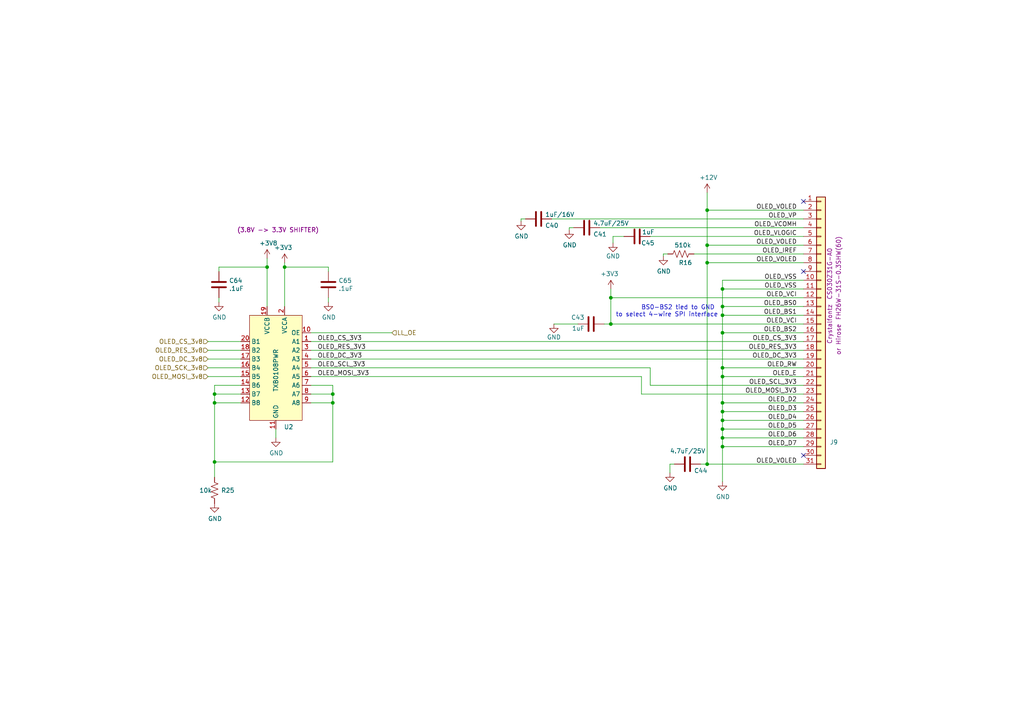
<source format=kicad_sch>
(kicad_sch (version 20231120) (generator "eeschema") (generator_version "8.0")
  (paper "A4")
  (title_block (title "OLED DRIVER ") (comment 2 "FOR CRYSTALFONTZ P/N CFAL25664C0-021M-W "))
  (lib_symbols
    (symbol "Connector_Generic:Conn_01x31" (pin_names (offset 1.016) hide)
      (property "Reference" "J" (at 0 40.64 0))
      (property "Value" "Conn_01x31" (at 0 -40.64 0))
      (symbol "Conn_01x31_1_1"
        (rectangle (start -1.27 -37.973) (end 0 -38.227) (stroke (width 0.1524)))
        (rectangle (start -1.27 -35.433) (end 0 -35.687) (stroke (width 0.1524)))
        (rectangle (start -1.27 -32.893) (end 0 -33.147) (stroke (width 0.1524)))
        (rectangle (start -1.27 -30.353) (end 0 -30.607) (stroke (width 0.1524)))
        (rectangle (start -1.27 -27.813) (end 0 -28.067) (stroke (width 0.1524)))
        (rectangle (start -1.27 -25.273) (end 0 -25.527) (stroke (width 0.1524)))
        (rectangle (start -1.27 -22.733) (end 0 -22.987) (stroke (width 0.1524)))
        (rectangle (start -1.27 -20.193) (end 0 -20.447) (stroke (width 0.1524)))
        (rectangle (start -1.27 -17.653) (end 0 -17.907) (stroke (width 0.1524)))
        (rectangle (start -1.27 -15.113) (end 0 -15.367) (stroke (width 0.1524)))
        (rectangle (start -1.27 -12.573) (end 0 -12.827) (stroke (width 0.1524)))
        (rectangle (start -1.27 -10.033) (end 0 -10.287) (stroke (width 0.1524)))
        (rectangle (start -1.27 -7.493) (end 0 -7.747) (stroke (width 0.1524)))
        (rectangle (start -1.27 -4.953) (end 0 -5.207) (stroke (width 0.1524)))
        (rectangle (start -1.27 -2.413) (end 0 -2.667) (stroke (width 0.1524)))
        (rectangle (start -1.27 0.127) (end 0 -0.127) (stroke (width 0.1524)))
        (rectangle (start -1.27 2.667) (end 0 2.413) (stroke (width 0.1524)))
        (rectangle (start -1.27 5.207) (end 0 4.953) (stroke (width 0.1524)))
        (rectangle (start -1.27 7.747) (end 0 7.493) (stroke (width 0.1524)))
        (rectangle (start -1.27 10.287) (end 0 10.033) (stroke (width 0.1524)))
        (rectangle (start -1.27 12.827) (end 0 12.573) (stroke (width 0.1524)))
        (rectangle (start -1.27 15.367) (end 0 15.113) (stroke (width 0.1524)))
        (rectangle (start -1.27 17.907) (end 0 17.653) (stroke (width 0.1524)))
        (rectangle (start -1.27 20.447) (end 0 20.193) (stroke (width 0.1524)))
        (rectangle (start -1.27 22.987) (end 0 22.733) (stroke (width 0.1524)))
        (rectangle (start -1.27 25.527) (end 0 25.273) (stroke (width 0.1524)))
        (rectangle (start -1.27 28.067) (end 0 27.813) (stroke (width 0.1524)))
        (rectangle (start -1.27 30.607) (end 0 30.353) (stroke (width 0.1524)))
        (rectangle (start -1.27 33.147) (end 0 32.893) (stroke (width 0.1524)))
        (rectangle (start -1.27 35.687) (end 0 35.433) (stroke (width 0.1524)))
        (rectangle (start -1.27 38.227) (end 0 37.973) (stroke (width 0.1524)))
        (rectangle (start -1.27 39.37) (end 1.27 -39.37) (stroke (width 0.254)) (fill (type background)))
        (pin passive line (at -5.08 38.1 0) (length 3.81) (name "Pin_1") (number "1"))
        (pin passive line (at -5.08 15.24 0) (length 3.81) (name "Pin_10") (number "10"))
        (pin passive line (at -5.08 12.7 0) (length 3.81) (name "Pin_11") (number "11"))
        (pin passive line (at -5.08 10.16 0) (length 3.81) (name "Pin_12") (number "12"))
        (pin passive line (at -5.08 7.62 0) (length 3.81) (name "Pin_13") (number "13"))
        (pin passive line (at -5.08 5.08 0) (length 3.81) (name "Pin_14") (number "14"))
        (pin passive line (at -5.08 2.54 0) (length 3.81) (name "Pin_15") (number "15"))
        (pin passive line (at -5.08 0 0) (length 3.81) (name "Pin_16") (number "16"))
        (pin passive line (at -5.08 -2.54 0) (length 3.81) (name "Pin_17") (number "17"))
        (pin passive line (at -5.08 -5.08 0) (length 3.81) (name "Pin_18") (number "18"))
        (pin passive line (at -5.08 -7.62 0) (length 3.81) (name "Pin_19") (number "19"))
        (pin passive line (at -5.08 35.56 0) (length 3.81) (name "Pin_2") (number "2"))
        (pin passive line (at -5.08 -10.16 0) (length 3.81) (name "Pin_20") (number "20"))
        (pin passive line (at -5.08 -12.7 0) (length 3.81) (name "Pin_21") (number "21"))
        (pin passive line (at -5.08 -15.24 0) (length 3.81) (name "Pin_22") (number "22"))
        (pin passive line (at -5.08 -17.78 0) (length 3.81) (name "Pin_23") (number "23"))
        (pin passive line (at -5.08 -20.32 0) (length 3.81) (name "Pin_24") (number "24"))
        (pin passive line (at -5.08 -22.86 0) (length 3.81) (name "Pin_25") (number "25"))
        (pin passive line (at -5.08 -25.4 0) (length 3.81) (name "Pin_26") (number "26"))
        (pin passive line (at -5.08 -27.94 0) (length 3.81) (name "Pin_27") (number "27"))
        (pin passive line (at -5.08 -30.48 0) (length 3.81) (name "Pin_28") (number "28"))
        (pin passive line (at -5.08 -33.02 0) (length 3.81) (name "Pin_29") (number "29"))
        (pin passive line (at -5.08 33.02 0) (length 3.81) (name "Pin_3") (number "3"))
        (pin passive line (at -5.08 -35.56 0) (length 3.81) (name "Pin_30") (number "30"))
        (pin passive line (at -5.08 -38.1 0) (length 3.81) (name "Pin_31") (number "31"))
        (pin passive line (at -5.08 30.48 0) (length 3.81) (name "Pin_4") (number "4"))
        (pin passive line (at -5.08 27.94 0) (length 3.81) (name "Pin_5") (number "5"))
        (pin passive line (at -5.08 25.4 0) (length 3.81) (name "Pin_6") (number "6"))
        (pin passive line (at -5.08 22.86 0) (length 3.81) (name "Pin_7") (number "7"))
        (pin passive line (at -5.08 20.32 0) (length 3.81) (name "Pin_8") (number "8"))
        (pin passive line (at -5.08 17.78 0) (length 3.81) (name "Pin_9") (number "9"))
      )
    )
    (symbol "Device:C" (pin_numbers hide) (pin_names (offset 0.254))
      (property "Reference" "C" (at 0.635 2.54 0))
      (property "Value" "C" (at 0.635 -2.54 0))
      (symbol "C_0_1"
        (polyline (pts (xy -2.032 -0.762) (xy 2.032 -0.762)) (stroke (width 0.508)))
        (polyline (pts (xy -2.032 0.762) (xy 2.032 0.762)) (stroke (width 0.508)))
      )
      (symbol "C_1_1"
        (pin passive line (at 0 3.81 270) (length 2.794) (name "~") (number "1"))
        (pin passive line (at 0 -3.81 90) (length 2.794) (name "~") (number "2"))
      )
    )
    (symbol "Device:R_US" (pin_numbers hide) (pin_names (offset 0))
      (property "Reference" "R" (at 2.54 0 90))
      (property "Value" "R_US" (at -2.54 0 90))
      (symbol "R_US_0_1"
        (polyline (pts (xy 0 -2.286) (xy 0 -2.54)))
        (polyline (pts (xy 0 2.286) (xy 0 2.54)))
        (polyline (pts (xy 0 -0.762) (xy 1.016 -1.143) (xy 0 -1.524) (xy -1.016 -1.905) (xy 0 -2.286)))
        (polyline (pts (xy 0 0.762) (xy 1.016 0.381) (xy 0 0) (xy -1.016 -0.381) (xy 0 -0.762)))
        (polyline (pts (xy 0 2.286) (xy 1.016 1.905) (xy 0 1.524) (xy -1.016 1.143) (xy 0 0.762)))
      )
      (symbol "R_US_1_1"
        (pin passive line (at 0 3.81 270) (length 1.27) (name "~") (number "1"))
        (pin passive line (at 0 -3.81 90) (length 1.27) (name "~") (number "2"))
      )
    )
    (symbol "MyLibrary:TXB0108PWR"
      (property "Reference" "U" (at 1.27 7.62 0))
      (property "Value" "TXB0108PWR" (at 0 -0.635 90))
      (symbol "TXB0108PWR_0_1"
        (rectangle (start -7.62 13.97) (end 7.62 -16.51) (fill (type background)))
      )
      (symbol "TXB0108PWR_1_1"
        (pin bidirectional line (at -10.16 6.35 0) (length 2.54) (name "A1") (number "1"))
        (pin bidirectional line (at -10.16 8.89 0) (length 2.54) (name "OE") (number "10"))
        (pin bidirectional line (at 0 -19.05 90) (length 2.54) (name "GND") (number "11"))
        (pin bidirectional line (at 10.16 -11.43 180) (length 2.54) (name "B8") (number "12"))
        (pin bidirectional line (at 10.16 -8.89 180) (length 2.54) (name "B7") (number "13"))
        (pin bidirectional line (at 10.16 -6.35 180) (length 2.54) (name "B6") (number "14"))
        (pin bidirectional line (at 10.16 -3.81 180) (length 2.54) (name "B5") (number "15"))
        (pin bidirectional line (at 10.16 -1.27 180) (length 2.54) (name "B4") (number "16"))
        (pin bidirectional line (at 10.16 1.27 180) (length 2.54) (name "B3") (number "17"))
        (pin bidirectional line (at 10.16 3.81 180) (length 2.54) (name "B2") (number "18"))
        (pin bidirectional line (at 2.54 16.51 270) (length 2.54) (name "VCCB") (number "19"))
        (pin bidirectional line (at -2.54 16.51 270) (length 2.54) (name "VCCA") (number "2"))
        (pin bidirectional line (at 10.16 6.35 180) (length 2.54) (name "B1") (number "20"))
        (pin bidirectional line (at -10.16 3.81 0) (length 2.54) (name "A2") (number "3"))
        (pin bidirectional line (at -10.16 1.27 0) (length 2.54) (name "A3") (number "4"))
        (pin bidirectional line (at -10.16 -1.27 0) (length 2.54) (name "A4") (number "5"))
        (pin bidirectional line (at -10.16 -3.81 0) (length 2.54) (name "A5") (number "6"))
        (pin bidirectional line (at -10.16 -6.35 0) (length 2.54) (name "A6") (number "7"))
        (pin bidirectional line (at -10.16 -8.89 0) (length 2.54) (name "A7") (number "8"))
        (pin bidirectional line (at -10.16 -11.43 0) (length 2.54) (name "A8") (number "9"))
      )
    )
    (symbol "power:+12V" (power) (pin_names (offset 0))
      (property "Value" "+12V" (at 0 3.556 0))
      (symbol "+12V_0_1"
        (polyline (pts (xy -0.762 1.27) (xy 0 2.54)))
        (polyline (pts (xy 0 0) (xy 0 2.54)))
        (polyline (pts (xy 0 2.54) (xy 0.762 1.27)))
      )
      (symbol "+12V_1_1"
        (pin power_in line (at 0 0 90) (length 0) hide (name "+12V") (number "1"))
      )
    )
    (symbol "power:+3V3" (power) (pin_names (offset 0))
      (property "Value" "+3V3" (at 0 3.556 0))
      (symbol "+3V3_0_1"
        (polyline (pts (xy -0.762 1.27) (xy 0 2.54)))
        (polyline (pts (xy 0 0) (xy 0 2.54)))
        (polyline (pts (xy 0 2.54) (xy 0.762 1.27)))
      )
      (symbol "+3V3_1_1"
        (pin power_in line (at 0 0 90) (length 0) hide (name "+3V3") (number "1"))
      )
    )
    (symbol "power:+3V8" (power) (pin_names (offset 0))
      (property "Value" "+3V8" (at 0 3.556 0))
      (symbol "+3V8_0_1"
        (polyline (pts (xy -0.762 1.27) (xy 0 2.54)))
        (polyline (pts (xy 0 0) (xy 0 2.54)))
        (polyline (pts (xy 0 2.54) (xy 0.762 1.27)))
      )
      (symbol "+3V8_1_1"
        (pin power_in line (at 0 0 90) (length 0) hide (name "+3V8") (number "1"))
      )
    )
    (symbol "power:GND" (power) (pin_names (offset 0))
      (property "Value" "GND" (at 0 -3.81 0))
      (symbol "GND_0_1"
        (polyline (pts (xy 0 0) (xy 0 -1.27) (xy 1.27 -1.27) (xy 0 -2.54) (xy -1.27 -1.27) (xy 0 -1.27)))
      )
      (symbol "GND_1_1"
        (pin power_in line (at 0 0 270) (length 0) hide (name "GND") (number "1"))
      )
    )
  )
  (junction (at 62.23 114.3))
  (junction (at 209.55 124.46))
  (junction (at 205.105 76.2))
  (junction (at 209.55 127))
  (junction (at 62.23 133.985))
  (junction (at 209.55 96.52))
  (junction (at 177.165 86.36))
  (junction (at 209.55 129.54))
  (junction (at 62.23 116.84))
  (junction (at 209.55 119.38))
  (junction (at 209.55 116.84))
  (junction (at 82.55 77.47))
  (junction (at 209.55 88.9))
  (junction (at 205.105 71.12))
  (junction (at 209.55 109.22))
  (junction (at 177.165 93.98))
  (junction (at 209.55 83.82))
  (junction (at 209.55 106.68))
  (junction (at 209.55 91.44))
  (junction (at 77.47 77.47))
  (junction (at 96.52 114.3))
  (junction (at 205.105 134.62))
  (junction (at 205.105 60.96))
  (junction (at 209.55 121.92))
  (junction (at 96.52 116.84))
  (no_connect (at 233.045 132.08))
  (no_connect (at 233.045 58.42))
  (no_connect (at 233.045 78.74))
  (wire (pts (xy 96.52 133.985) (xy 62.23 133.985)))
  (wire (pts (xy 209.55 121.92) (xy 209.55 119.38)))
  (wire (pts (xy 60.325 99.06) (xy 69.85 99.06)))
  (wire (pts (xy 177.165 93.98) (xy 177.165 86.36)))
  (wire (pts (xy 209.55 81.28) (xy 233.045 81.28)))
  (wire (pts (xy 209.55 88.9) (xy 209.55 83.82)))
  (wire (pts (xy 62.23 114.3) (xy 69.85 114.3)))
  (wire (pts (xy 186.055 109.22) (xy 90.17 109.22)))
  (wire (pts (xy 95.25 78.74) (xy 95.25 77.47)))
  (wire (pts (xy 62.23 116.84) (xy 62.23 114.3)))
  (wire (pts (xy 188.595 68.58) (xy 233.045 68.58)))
  (wire (pts (xy 177.8 70.485) (xy 177.8 68.58)))
  (wire (pts (xy 96.52 116.84) (xy 96.52 114.3)))
  (wire (pts (xy 95.25 87.63) (xy 95.25 86.36)))
  (wire (pts (xy 90.17 116.84) (xy 96.52 116.84)))
  (wire (pts (xy 233.045 129.54) (xy 209.55 129.54)))
  (wire (pts (xy 192.405 73.66) (xy 192.405 74.295)))
  (wire (pts (xy 77.47 88.9) (xy 77.47 77.47)))
  (wire (pts (xy 233.045 91.44) (xy 209.55 91.44)))
  (wire (pts (xy 233.045 83.82) (xy 209.55 83.82)))
  (wire (pts (xy 77.47 77.47) (xy 77.47 74.93)))
  (wire (pts (xy 69.85 116.84) (xy 62.23 116.84)))
  (wire (pts (xy 62.23 116.84) (xy 62.23 133.985)))
  (wire (pts (xy 233.045 134.62) (xy 205.105 134.62)))
  (wire (pts (xy 209.55 106.68) (xy 209.55 109.22)))
  (wire (pts (xy 62.23 133.985) (xy 62.23 138.43)))
  (wire (pts (xy 209.55 124.46) (xy 209.55 121.92)))
  (wire (pts (xy 233.045 124.46) (xy 209.55 124.46)))
  (wire (pts (xy 233.045 106.68) (xy 209.55 106.68)))
  (wire (pts (xy 188.595 111.76) (xy 233.045 111.76)))
  (wire (pts (xy 63.5 77.47) (xy 63.5 78.74)))
  (wire (pts (xy 209.55 139.7) (xy 209.55 129.54)))
  (wire (pts (xy 205.105 60.96) (xy 233.045 60.96)))
  (wire (pts (xy 151.13 63.5) (xy 151.13 64.135)))
  (wire (pts (xy 95.25 77.47) (xy 82.55 77.47)))
  (wire (pts (xy 205.105 60.96) (xy 205.105 55.88)))
  (wire (pts (xy 90.17 106.68) (xy 188.595 106.68)))
  (wire (pts (xy 233.045 119.38) (xy 209.55 119.38)))
  (wire (pts (xy 173.99 66.04) (xy 233.045 66.04)))
  (wire (pts (xy 96.52 114.3) (xy 96.52 111.76)))
  (wire (pts (xy 188.595 106.68) (xy 188.595 111.76)))
  (wire (pts (xy 60.325 106.68) (xy 69.85 106.68)))
  (wire (pts (xy 151.13 63.5) (xy 152.4 63.5)))
  (wire (pts (xy 80.01 124.46) (xy 80.01 127)))
  (wire (pts (xy 63.5 87.63) (xy 63.5 86.36)))
  (wire (pts (xy 194.31 137.16) (xy 194.31 134.62)))
  (wire (pts (xy 166.37 66.04) (xy 165.1 66.04)))
  (wire (pts (xy 209.55 119.38) (xy 209.55 116.84)))
  (wire (pts (xy 233.045 63.5) (xy 160.02 63.5)))
  (wire (pts (xy 209.55 121.92) (xy 233.045 121.92)))
  (wire (pts (xy 233.045 71.12) (xy 205.105 71.12)))
  (wire (pts (xy 77.47 77.47) (xy 63.5 77.47)))
  (wire (pts (xy 209.55 109.22) (xy 233.045 109.22)))
  (wire (pts (xy 177.165 83.82) (xy 177.165 86.36)))
  (wire (pts (xy 233.045 76.2) (xy 205.105 76.2)))
  (wire (pts (xy 165.1 66.04) (xy 165.1 66.675)))
  (wire (pts (xy 60.325 104.14) (xy 69.85 104.14)))
  (wire (pts (xy 90.17 104.14) (xy 233.045 104.14)))
  (wire (pts (xy 82.55 76.2) (xy 82.55 77.47)))
  (wire (pts (xy 233.045 86.36) (xy 177.165 86.36)))
  (wire (pts (xy 205.105 71.12) (xy 205.105 60.96)))
  (wire (pts (xy 90.17 114.3) (xy 96.52 114.3)))
  (wire (pts (xy 209.55 127) (xy 209.55 124.46)))
  (wire (pts (xy 203.2 134.62) (xy 205.105 134.62)))
  (wire (pts (xy 233.045 93.98) (xy 177.165 93.98)))
  (wire (pts (xy 60.325 109.22) (xy 69.85 109.22)))
  (wire (pts (xy 205.105 76.2) (xy 205.105 71.12)))
  (wire (pts (xy 233.045 73.66) (xy 201.295 73.66)))
  (wire (pts (xy 175.26 93.98) (xy 177.165 93.98)))
  (wire (pts (xy 186.055 114.3) (xy 186.055 109.22)))
  (wire (pts (xy 90.17 99.06) (xy 233.045 99.06)))
  (wire (pts (xy 209.55 106.68) (xy 209.55 96.52)))
  (wire (pts (xy 209.55 96.52) (xy 209.55 91.44)))
  (wire (pts (xy 209.55 116.84) (xy 233.045 116.84)))
  (wire (pts (xy 96.52 111.76) (xy 90.17 111.76)))
  (wire (pts (xy 209.55 83.82) (xy 209.55 81.28)))
  (wire (pts (xy 194.31 134.62) (xy 195.58 134.62)))
  (wire (pts (xy 192.405 73.66) (xy 193.675 73.66)))
  (wire (pts (xy 209.55 91.44) (xy 209.55 88.9)))
  (wire (pts (xy 205.105 134.62) (xy 205.105 76.2)))
  (wire (pts (xy 60.325 101.6) (xy 69.85 101.6)))
  (wire (pts (xy 233.045 114.3) (xy 186.055 114.3)))
  (wire (pts (xy 233.045 96.52) (xy 209.55 96.52)))
  (wire (pts (xy 90.17 96.52) (xy 113.665 96.52)))
  (wire (pts (xy 90.17 101.6) (xy 233.045 101.6)))
  (wire (pts (xy 180.975 68.58) (xy 177.8 68.58)))
  (wire (pts (xy 62.23 114.3) (xy 62.23 111.76)))
  (wire (pts (xy 82.55 77.47) (xy 82.55 88.9)))
  (wire (pts (xy 233.045 88.9) (xy 209.55 88.9)))
  (wire (pts (xy 209.55 129.54) (xy 209.55 127)))
  (wire (pts (xy 209.55 127) (xy 233.045 127)))
  (wire (pts (xy 160.655 93.98) (xy 167.64 93.98)))
  (wire (pts (xy 96.52 116.84) (xy 96.52 133.985)))
  (wire (pts (xy 209.55 116.84) (xy 209.55 109.22)))
  (wire (pts (xy 62.23 111.76) (xy 69.85 111.76)))
  (text "BS0-BS2 tied to GND \nto select 4-wire SPI interface" (at 208.28 92.075 0) (effects (font (size 1.27 1.27)) (justify right bottom)))
  (label "OLED_D2" (at 231.14 116.84 180))
  (label "OLED_RES_3V3" (at 92.075 101.6 0))
  (label "OLED_D4" (at 231.14 121.92 180))
  (label "OLED_VCI" (at 231.14 93.98 180))
  (label "OLED_BS2" (at 231.14 96.52 180))
  (label "OLED_BS1" (at 231.14 91.44 180))
  (label "OLED_BS0" (at 231.14 88.9 180))
  (label "OLED_VSS" (at 231.14 81.28 180))
  (label "OLED_VOLED" (at 231.14 71.12 180))
  (label "OLED_D3" (at 231.14 119.38 180))
  (label "OLED_CS_3V3" (at 231.14 99.06 180))
  (label "OLED_VOLED" (at 231.14 134.62 180))
  (label "OLED_IREF" (at 231.14 73.66 180))
  (label "OLED_DC_3V3" (at 231.14 104.14 180))
  (label "OLED_CS_3V3" (at 92.075 99.06 0))
  (label "OLED_VP" (at 231.14 63.5 180))
  (label "OLED_VOLED" (at 231.14 76.2 180))
  (label "OLED_D5" (at 231.14 124.46 180))
  (label "OLED_D7" (at 231.14 129.54 180))
  (label "OLED_DC_3V3" (at 92.075 104.14 0))
  (label "OLED_VLOGIC" (at 231.14 68.58 180))
  (label "OLED_MOSI_3V3" (at 231.14 114.3 180))
  (label "OLED_VSS" (at 231.14 83.82 180))
  (label "OLED_VCI" (at 231.14 86.36 180))
  (label "OLED_MOSI_3V3" (at 92.075 109.22 0))
  (label "OLED_RW" (at 231.14 106.68 180))
  (label "OLED_SCL_3V3" (at 92.075 106.68 0))
  (label "OLED_VCOMH" (at 231.14 66.04 180))
  (label "OLED_SCL_3V3" (at 231.14 111.76 180))
  (label "OLED_D6" (at 231.14 127 180))
  (label "OLED_VOLED" (at 231.14 60.96 180))
  (label "OLED_E" (at 231.14 109.22 180))
  (label "OLED_RES_3V3" (at 231.14 101.6 180))
  (hierarchical_label "OLED_RES_3v8" (shape input) (at 60.325 101.6 180))
  (hierarchical_label "OLED_SCK_3v8" (shape input) (at 60.325 106.68 180))
  (hierarchical_label "OLED_CS_3v8" (shape input) (at 60.325 99.06 180))
  (hierarchical_label "OLED_DC_3v8" (shape input) (at 60.325 104.14 180))
  (hierarchical_label "LL_OE" (shape input) (at 113.665 96.52 0))
  (hierarchical_label "OLED_MOSI_3v8" (shape input) (at 60.325 109.22 180))
  (symbol (lib_id "power:+3V3") (at 177.165 83.82 0) (mirror y) (unit 1)
    (property "Reference" "#PWR0221" (effects (hide yes)))
    (property "Value" "+3V3" (at 176.784 79.4258 0))
  )
  (symbol (lib_id "power:+12V") (at 205.105 55.88 0) (unit 1)
    (property "Reference" "#PWR0230" (effects (hide yes)))
    (property "Value" "+12V" (at 205.486 51.4858 0))
  )
  (symbol (lib_id "Connector_Generic:Conn_01x31") (at 238.125 96.52 0) (unit 1)
    (property "Reference" "J9" (at 240.665 128.27 0) (effects (justify left)))
    (property "Value" "FPC Connector for OLED" (effects (hide yes)))
    (property "Footprint" "MyFootprints:Hirose_FPC_FH26W-31S-0.3SHW(60)" (effects (hide yes)))
    (property "Mfg. Name" "Crystalfontz" (at 240.665 93.98 90))
    (property "Mfg. Part No." "CS030Z31G-A0" (at 240.665 79.375 90))
    (property "Alt. Mfg. Name" "or Hirose" (at 243.205 98.425 90))
    (property "Alt. Mfg. Par No." "FH26W-31S-0.3SHW(60)" (at 243.205 80.645 90))
  )
  (symbol (lib_id "power:GND") (at 177.8 70.485 0) (unit 1)
    (property "Reference" "#PWR0231" (effects (hide yes)))
    (property "Value" "GND" (at 177.8 74.295 0))
  )
  (symbol (lib_id "Device:C") (at 184.785 68.58 90) (unit 1)
    (property "Reference" "C45" (at 189.865 70.485 90) (effects (justify left)))
    (property "Value" "1uF" (at 189.865 67.31 90) (effects (justify left)))
    (property "Footprint" "Capacitor_SMD:C_0402_1005Metric" (effects (hide yes)))
    (property "Mfg. Name" "Kemet" (effects (hide yes)))
    (property "Mfg. Part No." "C0402C105K9PACTU" (effects (hide yes)))
  )
  (symbol (lib_id "power:GND") (at 209.55 139.7 0) (unit 1)
    (property "Reference" "#PWR0232" (effects (hide yes)))
    (property "Value" "GND" (at 209.677 144.0942 0))
  )
  (symbol (lib_id "Device:C") (at 156.21 63.5 270) (unit 1)
    (property "Reference" "C40" (at 158.115 65.405 90) (effects (justify left)))
    (property "Value" "1uF/16V" (at 158.115 62.23 90) (effects (justify left)))
    (property "Footprint" "Capacitor_SMD:C_0805_2012Metric" (effects (hide yes)))
    (property "Mfg. Name" "Kemet" (effects (hide yes)))
    (property "Mfg. Part No." "C0805C105K4RACTU" (effects (hide yes)))
  )
  (symbol (lib_id "power:GND") (at 151.13 64.135 0) (unit 1)
    (property "Reference" "#PWR0235" (effects (hide yes)))
    (property "Value" "GND" (at 151.257 68.5292 0))
  )
  (symbol (lib_id "Device:C") (at 170.18 66.04 270) (unit 1)
    (property "Reference" "C41" (at 172.085 67.945 90) (effects (justify left)))
    (property "Value" "4.7uF/25V" (at 172.085 64.77 90) (effects (justify left)))
    (property "Footprint" "Capacitor_SMD:C_0805_2012Metric" (effects (hide yes)))
    (property "Mfg. Name" "Kemet" (effects (hide yes)))
    (property "Mfg. Part No." "C0805C475K3PACTU" (effects (hide yes)))
  )
  (symbol (lib_id "power:GND") (at 194.31 137.16 0) (unit 1)
    (property "Reference" "#PWR0220" (effects (hide yes)))
    (property "Value" "GND" (at 194.437 141.5542 0))
  )
  (symbol (lib_id "Device:R_US") (at 197.485 73.66 270) (unit 1)
    (property "Reference" "R16" (at 196.85 76.2 90) (effects (justify left)))
    (property "Value" "510k" (at 195.58 71.12 90) (effects (justify left)))
    (property "Footprint" "Resistor_SMD:R_0603_1608Metric" (effects (hide yes)))
    (property "Mfg. Name" "Panasonic" (effects (hide yes)))
    (property "Mfg. Part No." "ERJ-3GEYJ514V" (effects (hide yes)))
  )
  (symbol (lib_id "power:GND") (at 192.405 74.295 0) (unit 1)
    (property "Reference" "#PWR0222" (effects (hide yes)))
    (property "Value" "GND" (at 192.532 78.6892 0))
  )
  (symbol (lib_id "power:GND") (at 165.1 66.675 0) (unit 1)
    (property "Reference" "#PWR0236" (effects (hide yes)))
    (property "Value" "GND" (at 165.227 71.0692 0))
  )
  (symbol (lib_id "Device:C") (at 171.45 93.98 90) (unit 1)
    (property "Reference" "C43" (at 169.545 92.075 90) (effects (justify left)))
    (property "Value" "1uF" (at 169.545 95.25 90) (effects (justify left)))
    (property "Footprint" "Capacitor_SMD:C_0402_1005Metric" (effects (hide yes)))
    (property "Mfg. Name" "Kemet" (effects (hide yes)))
    (property "Mfg. Part No." "C0402C105K9PACTU" (effects (hide yes)))
  )
  (symbol (lib_id "power:GND") (at 160.655 93.98 0) (unit 1)
    (property "Reference" "#PWR0237" (effects (hide yes)))
    (property "Value" "GND" (at 160.655 97.79 0))
  )
  (symbol (lib_id "Device:C") (at 199.39 134.62 270) (unit 1)
    (property "Reference" "C44" (at 201.295 136.525 90) (effects (justify left)))
    (property "Value" "4.7uF/25V" (at 194.31 130.81 90) (effects (justify left)))
    (property "Footprint" "Capacitor_SMD:C_0805_2012Metric" (effects (hide yes)))
    (property "Mfg. Name" "Kemet" (effects (hide yes)))
    (property "Mfg. Part No." "C0805C475K3PACTU" (effects (hide yes)))
  )
  (symbol (lib_id "power:+3V8") (at 77.47 74.93 0) (unit 1)
    (property "Reference" "#PWR0224" (effects (hide yes)))
    (property "Value" "+3V8" (at 77.851 70.5358 0))
  )
  (symbol (lib_id "power:GND") (at 95.25 87.63 0) (unit 1)
    (property "Reference" "#PWR0173" (effects (hide yes)))
    (property "Value" "GND" (at 95.377 92.0242 0))
  )
  (symbol (lib_id "power:GND") (at 62.23 146.05 0) (unit 1)
    (property "Reference" "#PWR0226" (effects (hide yes)))
    (property "Value" "GND" (at 62.357 150.4442 0))
  )
  (symbol (lib_id "Device:C") (at 63.5 82.55 0) (unit 1)
    (property "Reference" "C64" (at 66.421 81.3816 0) (effects (justify left)))
    (property "Value" ".1uF" (at 66.421 83.693 0) (effects (justify left)))
    (property "Footprint" "Capacitor_SMD:C_0603_1608Metric" (effects (hide yes)))
    (property "Mfg. Name" "Walsin" (effects (hide yes)))
    (property "Mfg. Part No." "0603B104K250CT" (effects (hide yes)))
  )
  (symbol (lib_id "power:+3V3") (at 82.55 76.2 0) (mirror y) (unit 1)
    (property "Reference" "#PWR0223" (effects (hide yes)))
    (property "Value" "+3V3" (at 82.169 71.8058 0))
  )
  (symbol (lib_id "power:GND") (at 80.01 127 0) (unit 1)
    (property "Reference" "#PWR0225" (effects (hide yes)))
    (property "Value" "GND" (at 80.137 131.3942 0))
  )
  (symbol (lib_id "MyLibrary:TXB0108PWR") (at 80.01 105.41 0) (mirror y) (unit 1)
    (property "Reference" "U2" (at 85.09 123.825 0) (effects (justify left)))
    (property "Value" "TXB0108PWR" (at 80.01 113.665 90) (effects (justify left)))
    (property "Footprint" "Package_SO:TSSOP-20_4.4x6.5mm_P0.65mm" (effects (hide yes)))
    (property "Label" "(3.8V -> 3.3V SHIFTER)" (at 80.645 66.675 0))
    (property "Mfg. Name" "TI" (effects (hide yes)))
    (property "Mfg. Part No." "TXB0108PWR" (effects (hide yes)))
  )
  (symbol (lib_id "Device:R_US") (at 62.23 142.24 0) (unit 1)
    (property "Reference" "R25" (at 64.135 142.24 0) (effects (justify left)))
    (property "Value" "10k" (at 57.785 142.24 0) (effects (justify left)))
    (property "Footprint" "Resistor_SMD:R_0603_1608Metric" (effects (hide yes)))
    (property "Mfg. Name" "TE" (effects (hide yes)))
    (property "Mfg. Part No." "CRG0603F10K/10" (effects (hide yes)))
  )
  (symbol (lib_id "power:GND") (at 63.5 87.63 0) (unit 1)
    (property "Reference" "#PWR0219" (effects (hide yes)))
    (property "Value" "GND" (at 63.627 92.0242 0))
  )
  (symbol (lib_id "Device:C") (at 95.25 82.55 0) (unit 1)
    (property "Reference" "C65" (at 98.171 81.3816 0) (effects (justify left)))
    (property "Value" ".1uF" (at 98.171 83.693 0) (effects (justify left)))
    (property "Footprint" "Capacitor_SMD:C_0603_1608Metric" (effects (hide yes)))
    (property "Mfg. Name" "Walsin" (effects (hide yes)))
    (property "Mfg. Part No." "0603B104K250CT" (effects (hide yes)))
  )
)
</source>
